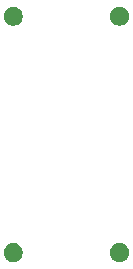
<source format=gbr>
G04 #@! TF.GenerationSoftware,KiCad,Pcbnew,5.1.0-060a0da~80~ubuntu18.04.1*
G04 #@! TF.CreationDate,2019-03-25T17:50:22+01:00*
G04 #@! TF.ProjectId,mav_ovp,6d61765f-6f76-4702-9e6b-696361645f70,rev?*
G04 #@! TF.SameCoordinates,Original*
G04 #@! TF.FileFunction,Soldermask,Bot*
G04 #@! TF.FilePolarity,Negative*
%FSLAX46Y46*%
G04 Gerber Fmt 4.6, Leading zero omitted, Abs format (unit mm)*
G04 Created by KiCad (PCBNEW 5.1.0-060a0da~80~ubuntu18.04.1) date 2019-03-25 17:50:22*
%MOMM*%
%LPD*%
G04 APERTURE LIST*
%ADD10C,0.100000*%
G04 APERTURE END LIST*
D10*
G36*
X104733351Y-107230743D02*
G01*
X104878942Y-107291049D01*
X105009970Y-107378599D01*
X105121401Y-107490030D01*
X105208951Y-107621058D01*
X105269257Y-107766649D01*
X105300000Y-107921207D01*
X105300000Y-108078793D01*
X105269257Y-108233351D01*
X105208951Y-108378942D01*
X105121401Y-108509970D01*
X105009970Y-108621401D01*
X104878942Y-108708951D01*
X104733351Y-108769257D01*
X104578793Y-108800000D01*
X104421207Y-108800000D01*
X104266649Y-108769257D01*
X104121058Y-108708951D01*
X103990030Y-108621401D01*
X103878599Y-108509970D01*
X103791049Y-108378942D01*
X103730743Y-108233351D01*
X103700000Y-108078793D01*
X103700000Y-107921207D01*
X103730743Y-107766649D01*
X103791049Y-107621058D01*
X103878599Y-107490030D01*
X103990030Y-107378599D01*
X104121058Y-107291049D01*
X104266649Y-107230743D01*
X104421207Y-107200000D01*
X104578793Y-107200000D01*
X104733351Y-107230743D01*
X104733351Y-107230743D01*
G37*
G36*
X95733351Y-107230743D02*
G01*
X95878942Y-107291049D01*
X96009970Y-107378599D01*
X96121401Y-107490030D01*
X96208951Y-107621058D01*
X96269257Y-107766649D01*
X96300000Y-107921207D01*
X96300000Y-108078793D01*
X96269257Y-108233351D01*
X96208951Y-108378942D01*
X96121401Y-108509970D01*
X96009970Y-108621401D01*
X95878942Y-108708951D01*
X95733351Y-108769257D01*
X95578793Y-108800000D01*
X95421207Y-108800000D01*
X95266649Y-108769257D01*
X95121058Y-108708951D01*
X94990030Y-108621401D01*
X94878599Y-108509970D01*
X94791049Y-108378942D01*
X94730743Y-108233351D01*
X94700000Y-108078793D01*
X94700000Y-107921207D01*
X94730743Y-107766649D01*
X94791049Y-107621058D01*
X94878599Y-107490030D01*
X94990030Y-107378599D01*
X95121058Y-107291049D01*
X95266649Y-107230743D01*
X95421207Y-107200000D01*
X95578793Y-107200000D01*
X95733351Y-107230743D01*
X95733351Y-107230743D01*
G37*
G36*
X104733351Y-87230743D02*
G01*
X104878942Y-87291049D01*
X105009970Y-87378599D01*
X105121401Y-87490030D01*
X105208951Y-87621058D01*
X105269257Y-87766649D01*
X105300000Y-87921207D01*
X105300000Y-88078793D01*
X105269257Y-88233351D01*
X105208951Y-88378942D01*
X105121401Y-88509970D01*
X105009970Y-88621401D01*
X104878942Y-88708951D01*
X104733351Y-88769257D01*
X104578793Y-88800000D01*
X104421207Y-88800000D01*
X104266649Y-88769257D01*
X104121058Y-88708951D01*
X103990030Y-88621401D01*
X103878599Y-88509970D01*
X103791049Y-88378942D01*
X103730743Y-88233351D01*
X103700000Y-88078793D01*
X103700000Y-87921207D01*
X103730743Y-87766649D01*
X103791049Y-87621058D01*
X103878599Y-87490030D01*
X103990030Y-87378599D01*
X104121058Y-87291049D01*
X104266649Y-87230743D01*
X104421207Y-87200000D01*
X104578793Y-87200000D01*
X104733351Y-87230743D01*
X104733351Y-87230743D01*
G37*
G36*
X95733351Y-87230743D02*
G01*
X95878942Y-87291049D01*
X96009970Y-87378599D01*
X96121401Y-87490030D01*
X96208951Y-87621058D01*
X96269257Y-87766649D01*
X96300000Y-87921207D01*
X96300000Y-88078793D01*
X96269257Y-88233351D01*
X96208951Y-88378942D01*
X96121401Y-88509970D01*
X96009970Y-88621401D01*
X95878942Y-88708951D01*
X95733351Y-88769257D01*
X95578793Y-88800000D01*
X95421207Y-88800000D01*
X95266649Y-88769257D01*
X95121058Y-88708951D01*
X94990030Y-88621401D01*
X94878599Y-88509970D01*
X94791049Y-88378942D01*
X94730743Y-88233351D01*
X94700000Y-88078793D01*
X94700000Y-87921207D01*
X94730743Y-87766649D01*
X94791049Y-87621058D01*
X94878599Y-87490030D01*
X94990030Y-87378599D01*
X95121058Y-87291049D01*
X95266649Y-87230743D01*
X95421207Y-87200000D01*
X95578793Y-87200000D01*
X95733351Y-87230743D01*
X95733351Y-87230743D01*
G37*
M02*

</source>
